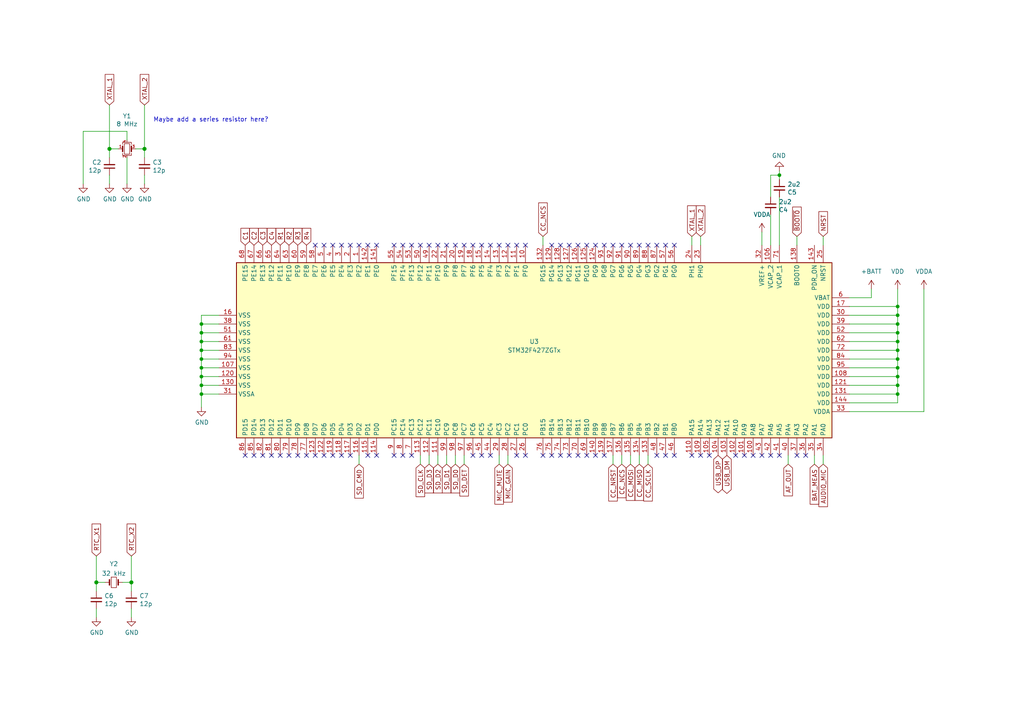
<source format=kicad_sch>
(kicad_sch (version 20211123) (generator eeschema)
  (paper "A4")
  (title_block (title "Mini17 - QRP M17 handheld") (date "2022-07-25") (rev "A") (company "M17 Project"))
  (lib_symbols
    (symbol "Device:Crystal_GND24_Small" (pin_names (offset 1.016) hide)
      (property "Reference" "Y" (at 1.27 4.445 0))
      (property "Value" "Crystal_GND24_Small" (at 1.27 2.54 0))
      (symbol "Crystal_GND24_Small_0_1"
        (rectangle (start -0.762 -1.524) (end 0.762 1.524))
        (polyline (pts (xy -1.27 -0.762) (xy -1.27 0.762)) (stroke (width 0.381)))
        (polyline (pts (xy 1.27 -0.762) (xy 1.27 0.762)) (stroke (width 0.381)))
        (polyline (pts (xy -1.27 -1.27) (xy -1.27 -1.905) (xy 1.27 -1.905) (xy 1.27 -1.27)))
        (polyline (pts (xy -1.27 1.27) (xy -1.27 1.905) (xy 1.27 1.905) (xy 1.27 1.27)))
      )
      (symbol "Crystal_GND24_Small_1_1"
        (pin passive line (at -2.54 0 0) (length 1.27) (name "1") (number "1"))
        (pin passive line (at 0 -2.54 90) (length 0.635) (name "2") (number "2"))
        (pin passive line (at 2.54 0 180) (length 1.27) (name "3") (number "3"))
        (pin passive line (at 0 2.54 270) (length 0.635) (name "4") (number "4"))
      )
    )
    (symbol "Device:Crystal_Small" (pin_numbers hide) (pin_names (offset 1.016) hide)
      (property "Reference" "Y" (at 0 2.54 0))
      (property "Value" "Crystal_Small" (at 0 -2.54 0))
      (symbol "Crystal_Small_0_1"
        (rectangle (start -0.762 -1.524) (end 0.762 1.524))
        (polyline (pts (xy -1.27 -0.762) (xy -1.27 0.762)) (stroke (width 0.381)))
        (polyline (pts (xy 1.27 -0.762) (xy 1.27 0.762)) (stroke (width 0.381)))
      )
      (symbol "Crystal_Small_1_1"
        (pin passive line (at -2.54 0 0) (length 1.27) (name "1") (number "1"))
        (pin passive line (at 2.54 0 180) (length 1.27) (name "2") (number "2"))
      )
    )
    (symbol "MCU_ST_STM32F4:STM32F427ZGTx"
      (property "Reference" "U" (at -25.4 87.63 0))
      (property "Value" "STM32F427ZGTx" (at 20.32 87.63 0))
      (symbol "STM32F427ZGTx_0_1"
        (rectangle (start -25.4 -86.36) (end 25.4 86.36) (stroke (width 0.254)) (fill (type background)))
      )
      (symbol "STM32F427ZGTx_1_1"
        (pin bidirectional line (at -30.48 -50.8 0) (length 5.08) (name "PE2") (number "1"))
        (pin bidirectional line (at -30.48 -2.54 0) (length 5.08) (name "PF0") (number "10"))
        (pin bidirectional line (at 30.48 63.5 180) (length 5.08) (name "PA8") (number "100"))
        (pin bidirectional line (at 30.48 60.96 180) (length 5.08) (name "PA9") (number "101"))
        (pin bidirectional line (at 30.48 58.42 180) (length 5.08) (name "PA10") (number "102"))
        (pin bidirectional line (at 30.48 55.88 180) (length 5.08) (name "PA11") (number "103"))
        (pin bidirectional line (at 30.48 53.34 180) (length 5.08) (name "PA12") (number "104"))
        (pin bidirectional line (at 30.48 50.8 180) (length 5.08) (name "PA13") (number "105"))
        (pin power_in line (at -30.48 68.58 0) (length 5.08) (name "VCAP_2") (number "106"))
        (pin power_in line (at 5.08 -91.44 90) (length 5.08) (name "VSS") (number "107"))
        (pin power_in line (at 7.62 91.44 270) (length 5.08) (name "VDD") (number "108"))
        (pin bidirectional line (at 30.48 48.26 180) (length 5.08) (name "PA14") (number "109"))
        (pin bidirectional line (at -30.48 -5.08 0) (length 5.08) (name "PF1") (number "11"))
        (pin bidirectional line (at 30.48 45.72 180) (length 5.08) (name "PA15") (number "110"))
        (pin bidirectional line (at 30.48 -27.94 180) (length 5.08) (name "PC10") (number "111"))
        (pin bidirectional line (at 30.48 -30.48 180) (length 5.08) (name "PC11") (number "112"))
        (pin bidirectional line (at 30.48 -33.02 180) (length 5.08) (name "PC12") (number "113"))
        (pin bidirectional line (at 30.48 -45.72 180) (length 5.08) (name "PD0") (number "114"))
        (pin bidirectional line (at 30.48 -48.26 180) (length 5.08) (name "PD1") (number "115"))
        (pin bidirectional line (at 30.48 -50.8 180) (length 5.08) (name "PD2") (number "116"))
        (pin bidirectional line (at 30.48 -53.34 180) (length 5.08) (name "PD3") (number "117"))
        (pin bidirectional line (at 30.48 -55.88 180) (length 5.08) (name "PD4") (number "118"))
        (pin bidirectional line (at 30.48 -58.42 180) (length 5.08) (name "PD5") (number "119"))
        (pin bidirectional line (at -30.48 -7.62 0) (length 5.08) (name "PF2") (number "12"))
        (pin power_in line (at 7.62 -91.44 90) (length 5.08) (name "VSS") (number "120"))
        (pin power_in line (at 10.16 91.44 270) (length 5.08) (name "VDD") (number "121"))
        (pin bidirectional line (at 30.48 -60.96 180) (length 5.08) (name "PD6") (number "122"))
        (pin bidirectional line (at 30.48 -63.5 180) (length 5.08) (name "PD7") (number "123"))
        (pin bidirectional line (at -30.48 17.78 0) (length 5.08) (name "PG9") (number "124"))
        (pin bidirectional line (at -30.48 15.24 0) (length 5.08) (name "PG10") (number "125"))
        (pin bidirectional line (at -30.48 12.7 0) (length 5.08) (name "PG11") (number "126"))
        (pin bidirectional line (at -30.48 10.16 0) (length 5.08) (name "PG12") (number "127"))
        (pin bidirectional line (at -30.48 7.62 0) (length 5.08) (name "PG13") (number "128"))
        (pin bidirectional line (at -30.48 5.08 0) (length 5.08) (name "PG14") (number "129"))
        (pin bidirectional line (at -30.48 -10.16 0) (length 5.08) (name "PF3") (number "13"))
        (pin power_in line (at 10.16 -91.44 90) (length 5.08) (name "VSS") (number "130"))
        (pin power_in line (at 12.7 91.44 270) (length 5.08) (name "VDD") (number "131"))
        (pin bidirectional line (at -30.48 2.54 0) (length 5.08) (name "PG15") (number "132"))
        (pin bidirectional line (at 30.48 33.02 180) (length 5.08) (name "PB3") (number "133"))
        (pin bidirectional line (at 30.48 30.48 180) (length 5.08) (name "PB4") (number "134"))
        (pin bidirectional line (at 30.48 27.94 180) (length 5.08) (name "PB5") (number "135"))
        (pin bidirectional line (at 30.48 25.4 180) (length 5.08) (name "PB6") (number "136"))
        (pin bidirectional line (at 30.48 22.86 180) (length 5.08) (name "PB7") (number "137"))
        (pin input line (at -30.48 76.2 0) (length 5.08) (name "BOOT0") (number "138"))
        (pin bidirectional line (at 30.48 20.32 180) (length 5.08) (name "PB8") (number "139"))
        (pin bidirectional line (at -30.48 -12.7 0) (length 5.08) (name "PF4") (number "14"))
        (pin bidirectional line (at 30.48 17.78 180) (length 5.08) (name "PB9") (number "140"))
        (pin bidirectional line (at -30.48 -45.72 0) (length 5.08) (name "PE0") (number "141"))
        (pin bidirectional line (at -30.48 -48.26 0) (length 5.08) (name "PE1") (number "142"))
        (pin input line (at -30.48 81.28 0) (length 5.08) (name "PDR_ON") (number "143"))
        (pin power_in line (at 15.24 91.44 270) (length 5.08) (name "VDD") (number "144"))
        (pin bidirectional line (at -30.48 -15.24 0) (length 5.08) (name "PF5") (number "15"))
        (pin power_in line (at -10.16 -91.44 90) (length 5.08) (name "VSS") (number "16"))
        (pin power_in line (at -12.7 91.44 270) (length 5.08) (name "VDD") (number "17"))
        (pin bidirectional line (at -30.48 -17.78 0) (length 5.08) (name "PF6") (number "18"))
        (pin bidirectional line (at -30.48 -20.32 0) (length 5.08) (name "PF7") (number "19"))
        (pin bidirectional line (at -30.48 -53.34 0) (length 5.08) (name "PE3") (number "2"))
        (pin bidirectional line (at -30.48 -22.86 0) (length 5.08) (name "PF8") (number "20"))
        (pin bidirectional line (at -30.48 -25.4 0) (length 5.08) (name "PF9") (number "21"))
        (pin bidirectional line (at -30.48 -27.94 0) (length 5.08) (name "PF10") (number "22"))
        (pin input line (at -30.48 48.26 0) (length 5.08) (name "PH0") (number "23"))
        (pin input line (at -30.48 45.72 0) (length 5.08) (name "PH1") (number "24"))
        (pin input line (at -30.48 83.82 0) (length 5.08) (name "NRST") (number "25"))
        (pin bidirectional line (at 30.48 -2.54 180) (length 5.08) (name "PC0") (number "26"))
        (pin bidirectional line (at 30.48 -5.08 180) (length 5.08) (name "PC1") (number "27"))
        (pin bidirectional line (at 30.48 -7.62 180) (length 5.08) (name "PC2") (number "28"))
        (pin bidirectional line (at 30.48 -10.16 180) (length 5.08) (name "PC3") (number "29"))
        (pin bidirectional line (at -30.48 -55.88 0) (length 5.08) (name "PE4") (number "3"))
        (pin power_in line (at -10.16 91.44 270) (length 5.08) (name "VDD") (number "30"))
        (pin power_in line (at 12.7 -91.44 90) (length 5.08) (name "VSSA") (number "31"))
        (pin power_in line (at -30.48 66.04 0) (length 5.08) (name "VREF+") (number "32"))
        (pin power_in line (at 17.78 91.44 270) (length 5.08) (name "VDDA") (number "33"))
        (pin bidirectional line (at 30.48 83.82 180) (length 5.08) (name "PA0") (number "34"))
        (pin bidirectional line (at 30.48 81.28 180) (length 5.08) (name "PA1") (number "35"))
        (pin bidirectional line (at 30.48 78.74 180) (length 5.08) (name "PA2") (number "36"))
        (pin bidirectional line (at 30.48 76.2 180) (length 5.08) (name "PA3") (number "37"))
        (pin power_in line (at -7.62 -91.44 90) (length 5.08) (name "VSS") (number "38"))
        (pin power_in line (at -7.62 91.44 270) (length 5.08) (name "VDD") (number "39"))
        (pin bidirectional line (at -30.48 -58.42 0) (length 5.08) (name "PE5") (number "4"))
        (pin bidirectional line (at 30.48 73.66 180) (length 5.08) (name "PA4") (number "40"))
        (pin bidirectional line (at 30.48 71.12 180) (length 5.08) (name "PA5") (number "41"))
        (pin bidirectional line (at 30.48 68.58 180) (length 5.08) (name "PA6") (number "42"))
        (pin bidirectional line (at 30.48 66.04 180) (length 5.08) (name "PA7") (number "43"))
        (pin bidirectional line (at 30.48 -12.7 180) (length 5.08) (name "PC4") (number "44"))
        (pin bidirectional line (at 30.48 -15.24 180) (length 5.08) (name "PC5") (number "45"))
        (pin bidirectional line (at 30.48 40.64 180) (length 5.08) (name "PB0") (number "46"))
        (pin bidirectional line (at 30.48 38.1 180) (length 5.08) (name "PB1") (number "47"))
        (pin bidirectional line (at 30.48 35.56 180) (length 5.08) (name "PB2") (number "48"))
        (pin bidirectional line (at -30.48 -30.48 0) (length 5.08) (name "PF11") (number "49"))
        (pin bidirectional line (at -30.48 -60.96 0) (length 5.08) (name "PE6") (number "5"))
        (pin bidirectional line (at -30.48 -33.02 0) (length 5.08) (name "PF12") (number "50"))
        (pin power_in line (at -5.08 -91.44 90) (length 5.08) (name "VSS") (number "51"))
        (pin power_in line (at -5.08 91.44 270) (length 5.08) (name "VDD") (number "52"))
        (pin bidirectional line (at -30.48 -35.56 0) (length 5.08) (name "PF13") (number "53"))
        (pin bidirectional line (at -30.48 -38.1 0) (length 5.08) (name "PF14") (number "54"))
        (pin bidirectional line (at -30.48 -40.64 0) (length 5.08) (name "PF15") (number "55"))
        (pin bidirectional line (at -30.48 40.64 0) (length 5.08) (name "PG0") (number "56"))
        (pin bidirectional line (at -30.48 38.1 0) (length 5.08) (name "PG1") (number "57"))
        (pin bidirectional line (at -30.48 -63.5 0) (length 5.08) (name "PE7") (number "58"))
        (pin bidirectional line (at -30.48 -66.04 0) (length 5.08) (name "PE8") (number "59"))
        (pin power_in line (at -15.24 91.44 270) (length 5.08) (name "VBAT") (number "6"))
        (pin bidirectional line (at -30.48 -68.58 0) (length 5.08) (name "PE9") (number "60"))
        (pin power_in line (at -2.54 -91.44 90) (length 5.08) (name "VSS") (number "61"))
        (pin power_in line (at -2.54 91.44 270) (length 5.08) (name "VDD") (number "62"))
        (pin bidirectional line (at -30.48 -71.12 0) (length 5.08) (name "PE10") (number "63"))
        (pin bidirectional line (at -30.48 -73.66 0) (length 5.08) (name "PE11") (number "64"))
        (pin bidirectional line (at -30.48 -76.2 0) (length 5.08) (name "PE12") (number "65"))
        (pin bidirectional line (at -30.48 -78.74 0) (length 5.08) (name "PE13") (number "66"))
        (pin bidirectional line (at -30.48 -81.28 0) (length 5.08) (name "PE14") (number "67"))
        (pin bidirectional line (at -30.48 -83.82 0) (length 5.08) (name "PE15") (number "68"))
        (pin bidirectional line (at 30.48 15.24 180) (length 5.08) (name "PB10") (number "69"))
        (pin bidirectional line (at 30.48 -35.56 180) (length 5.08) (name "PC13") (number "7"))
        (pin bidirectional line (at 30.48 12.7 180) (length 5.08) (name "PB11") (number "70"))
        (pin power_in line (at -30.48 71.12 0) (length 5.08) (name "VCAP_1") (number "71"))
        (pin power_in line (at 0 91.44 270) (length 5.08) (name "VDD") (number "72"))
        (pin bidirectional line (at 30.48 10.16 180) (length 5.08) (name "PB12") (number "73"))
        (pin bidirectional line (at 30.48 7.62 180) (length 5.08) (name "PB13") (number "74"))
        (pin bidirectional line (at 30.48 5.08 180) (length 5.08) (name "PB14") (number "75"))
        (pin bidirectional line (at 30.48 2.54 180) (length 5.08) (name "PB15") (number "76"))
        (pin bidirectional line (at 30.48 -66.04 180) (length 5.08) (name "PD8") (number "77"))
        (pin bidirectional line (at 30.48 -68.58 180) (length 5.08) (name "PD9") (number "78"))
        (pin bidirectional line (at 30.48 -71.12 180) (length 5.08) (name "PD10") (number "79"))
        (pin bidirectional line (at 30.48 -38.1 180) (length 5.08) (name "PC14") (number "8"))
        (pin bidirectional line (at 30.48 -73.66 180) (length 5.08) (name "PD11") (number "80"))
        (pin bidirectional line (at 30.48 -76.2 180) (length 5.08) (name "PD12") (number "81"))
        (pin bidirectional line (at 30.48 -78.74 180) (length 5.08) (name "PD13") (number "82"))
        (pin power_in line (at 0 -91.44 90) (length 5.08) (name "VSS") (number "83"))
        (pin power_in line (at 2.54 91.44 270) (length 5.08) (name "VDD") (number "84"))
        (pin bidirectional line (at 30.48 -81.28 180) (length 5.08) (name "PD14") (number "85"))
        (pin bidirectional line (at 30.48 -83.82 180) (length 5.08) (name "PD15") (number "86"))
        (pin bidirectional line (at -30.48 35.56 0) (length 5.08) (name "PG2") (number "87"))
        (pin bidirectional line (at -30.48 33.02 0) (length 5.08) (name "PG3") (number "88"))
        (pin bidirectional line (at -30.48 30.48 0) (length 5.08) (name "PG4") (number "89"))
        (pin bidirectional line (at 30.48 -40.64 180) (length 5.08) (name "PC15") (number "9"))
        (pin bidirectional line (at -30.48 27.94 0) (length 5.08) (name "PG5") (number "90"))
        (pin bidirectional line (at -30.48 25.4 0) (length 5.08) (name "PG6") (number "91"))
        (pin bidirectional line (at -30.48 22.86 0) (length 5.08) (name "PG7") (number "92"))
        (pin bidirectional line (at -30.48 20.32 0) (length 5.08) (name "PG8") (number "93"))
        (pin power_in line (at 2.54 -91.44 90) (length 5.08) (name "VSS") (number "94"))
        (pin power_in line (at 5.08 91.44 270) (length 5.08) (name "VDD") (number "95"))
        (pin bidirectional line (at 30.48 -17.78 180) (length 5.08) (name "PC6") (number "96"))
        (pin bidirectional line (at 30.48 -20.32 180) (length 5.08) (name "PC7") (number "97"))
        (pin bidirectional line (at 30.48 -22.86 180) (length 5.08) (name "PC8") (number "98"))
        (pin bidirectional line (at 30.48 -25.4 180) (length 5.08) (name "PC9") (number "99"))
      )
    )
    (symbol "pkl_device:pkl_C_Small" (pin_numbers hide) (pin_names (offset 0.254) hide)
      (property "Reference" "C" (at 0.254 1.778 0))
      (property "Value" "pkl_C_Small" (at 0.254 -2.032 0))
      (symbol "pkl_C_Small_0_1"
        (polyline (pts (xy -1.524 -0.508) (xy 1.524 -0.508)) (stroke (width 0.3302)))
        (polyline (pts (xy -1.524 0.508) (xy 1.524 0.508)) (stroke (width 0.3048)))
      )
      (symbol "pkl_C_Small_1_1"
        (pin passive line (at 0 2.54 270) (length 1.905) (name "~") (number "1"))
        (pin passive line (at 0 -2.54 90) (length 2.032) (name "~") (number "2"))
      )
    )
    (symbol "power:+BATT" (power) (pin_names (offset 0))
      (property "Value" "+BATT" (at 0 3.556 0))
      (symbol "+BATT_0_1"
        (polyline (pts (xy -0.762 1.27) (xy 0 2.54)))
        (polyline (pts (xy 0 0) (xy 0 2.54)))
        (polyline (pts (xy 0 2.54) (xy 0.762 1.27)))
      )
      (symbol "+BATT_1_1"
        (pin power_in line (at 0 0 90) (length 0) hide (name "+BATT") (number "1"))
      )
    )
    (symbol "power:GND" (power) (pin_names (offset 0))
      (property "Value" "GND" (at 0 -3.81 0))
      (symbol "GND_0_1"
        (polyline (pts (xy 0 0) (xy 0 -1.27) (xy 1.27 -1.27) (xy 0 -2.54) (xy -1.27 -1.27) (xy 0 -1.27)))
      )
      (symbol "GND_1_1"
        (pin power_in line (at 0 0 270) (length 0) hide (name "GND") (number "1"))
      )
    )
    (symbol "power:VDD" (power) (pin_names (offset 0))
      (property "Value" "VDD" (at 0 3.81 0))
      (symbol "VDD_0_1"
        (polyline (pts (xy -0.762 1.27) (xy 0 2.54)))
        (polyline (pts (xy 0 0) (xy 0 2.54)))
        (polyline (pts (xy 0 2.54) (xy 0.762 1.27)))
      )
      (symbol "VDD_1_1"
        (pin power_in line (at 0 0 90) (length 0) hide (name "VDD") (number "1"))
      )
    )
    (symbol "power:VDDA" (power) (pin_names (offset 0))
      (property "Value" "VDDA" (at 0 3.81 0))
      (symbol "VDDA_0_1"
        (polyline (pts (xy -0.762 1.27) (xy 0 2.54)))
        (polyline (pts (xy 0 0) (xy 0 2.54)))
        (polyline (pts (xy 0 2.54) (xy 0.762 1.27)))
      )
      (symbol "VDDA_1_1"
        (pin power_in line (at 0 0 90) (length 0) hide (name "VDDA") (number "1"))
      )
    )
  )
  (junction (at 260.35 96.52))
  (junction (at 38.1 168.91) (diameter 1.016))
  (junction (at 58.42 101.6))
  (junction (at 260.35 114.3))
  (junction (at 260.35 104.14))
  (junction (at 260.35 88.9))
  (junction (at 41.91 43.18) (diameter 1.016))
  (junction (at 27.94 168.91) (diameter 1.016))
  (junction (at 58.42 99.06))
  (junction (at 260.35 106.68))
  (junction (at 58.42 106.68))
  (junction (at 58.42 104.14))
  (junction (at 58.42 96.52))
  (junction (at 260.35 93.98))
  (junction (at 58.42 109.22))
  (junction (at 260.35 111.76))
  (junction (at 260.35 91.44))
  (junction (at 226.06 50.8))
  (junction (at 58.42 93.98))
  (junction (at 260.35 101.6))
  (junction (at 260.35 99.06))
  (junction (at 58.42 114.3))
  (junction (at 58.42 111.76))
  (junction (at 31.75 43.18) (diameter 1.016))
  (junction (at 260.35 109.22))
  (no_connect (at 119.38 132.08))
  (no_connect (at 101.6 132.08))
  (no_connect (at 99.06 132.08))
  (no_connect (at 96.52 132.08))
  (no_connect (at 93.98 132.08))
  (no_connect (at 91.44 132.08))
  (no_connect (at 114.3 71.12))
  (no_connect (at 116.84 71.12))
  (no_connect (at 119.38 71.12))
  (no_connect (at 121.92 71.12))
  (no_connect (at 116.84 132.08))
  (no_connect (at 114.3 132.08))
  (no_connect (at 109.22 132.08))
  (no_connect (at 106.68 132.08))
  (no_connect (at 88.9 132.08))
  (no_connect (at 86.36 132.08))
  (no_connect (at 83.82 132.08))
  (no_connect (at 81.28 132.08))
  (no_connect (at 78.74 132.08))
  (no_connect (at 76.2 132.08))
  (no_connect (at 73.66 132.08))
  (no_connect (at 71.12 132.08))
  (no_connect (at 106.68 71.12))
  (no_connect (at 109.22 71.12))
  (no_connect (at 129.54 71.12))
  (no_connect (at 132.08 71.12))
  (no_connect (at 91.44 71.12))
  (no_connect (at 93.98 71.12))
  (no_connect (at 96.52 71.12))
  (no_connect (at 99.06 71.12))
  (no_connect (at 101.6 71.12))
  (no_connect (at 104.14 71.12))
  (no_connect (at 124.46 71.12))
  (no_connect (at 127 71.12))
  (no_connect (at 233.68 132.08))
  (no_connect (at 231.14 132.08))
  (no_connect (at 215.9 132.08))
  (no_connect (at 213.36 132.08))
  (no_connect (at 226.06 132.08))
  (no_connect (at 223.52 132.08))
  (no_connect (at 220.98 132.08))
  (no_connect (at 218.44 132.08))
  (no_connect (at 142.24 71.12))
  (no_connect (at 144.78 71.12))
  (no_connect (at 147.32 71.12))
  (no_connect (at 142.24 132.08))
  (no_connect (at 139.7 132.08))
  (no_connect (at 137.16 132.08))
  (no_connect (at 134.62 71.12))
  (no_connect (at 137.16 71.12))
  (no_connect (at 139.7 71.12))
  (no_connect (at 160.02 71.12))
  (no_connect (at 162.56 71.12))
  (no_connect (at 149.86 71.12))
  (no_connect (at 152.4 71.12))
  (no_connect (at 165.1 71.12))
  (no_connect (at 167.64 71.12))
  (no_connect (at 170.18 71.12))
  (no_connect (at 172.72 71.12))
  (no_connect (at 175.26 71.12))
  (no_connect (at 177.8 71.12))
  (no_connect (at 180.34 71.12))
  (no_connect (at 182.88 71.12))
  (no_connect (at 185.42 71.12))
  (no_connect (at 187.96 71.12))
  (no_connect (at 190.5 71.12))
  (no_connect (at 193.04 71.12))
  (no_connect (at 195.58 71.12))
  (no_connect (at 165.1 132.08))
  (no_connect (at 162.56 132.08))
  (no_connect (at 160.02 132.08))
  (no_connect (at 157.48 132.08))
  (no_connect (at 152.4 132.08))
  (no_connect (at 149.86 132.08))
  (no_connect (at 205.74 132.08))
  (no_connect (at 203.2 132.08))
  (no_connect (at 200.66 132.08))
  (no_connect (at 195.58 132.08))
  (no_connect (at 193.04 132.08))
  (no_connect (at 190.5 132.08))
  (no_connect (at 175.26 132.08))
  (no_connect (at 172.72 132.08))
  (no_connect (at 170.18 132.08))
  (no_connect (at 167.64 132.08))
  (wire (pts (xy 58.42 118.11) (xy 58.42 114.3)))
  (wire (pts (xy 260.35 106.68) (xy 260.35 104.14)))
  (wire (pts (xy 231.14 71.12) (xy 231.14 68.58)))
  (wire (pts (xy 260.35 91.44) (xy 260.35 88.9)))
  (wire (pts (xy 180.34 132.08) (xy 180.34 134.62)))
  (wire (pts (xy 58.42 111.76) (xy 63.5 111.76)))
  (wire (pts (xy 58.42 99.06) (xy 58.42 96.52)))
  (wire (pts (xy 260.35 88.9) (xy 260.35 83.82)))
  (wire (pts (xy 58.42 106.68) (xy 63.5 106.68)))
  (wire (pts (xy 260.35 116.84) (xy 260.35 114.3)))
  (wire (pts (xy 260.35 101.6) (xy 260.35 99.06)))
  (wire (pts (xy 223.52 62.23) (xy 223.52 71.12)))
  (wire (pts (xy 223.52 50.8) (xy 226.06 50.8)))
  (wire (pts (xy 58.42 109.22) (xy 63.5 109.22)))
  (wire (pts (xy 246.38 88.9) (xy 260.35 88.9)))
  (wire (pts (xy 39.37 43.18) (xy 41.91 43.18)))
  (wire (pts (xy 200.66 68.58) (xy 200.66 71.12)))
  (wire (pts (xy 58.42 111.76) (xy 58.42 109.22)))
  (wire (pts (xy 228.6 132.08) (xy 228.6 134.62)))
  (wire (pts (xy 238.76 132.08) (xy 238.76 134.62)))
  (wire (pts (xy 58.42 101.6) (xy 63.5 101.6)))
  (wire (pts (xy 246.38 96.52) (xy 260.35 96.52)))
  (wire (pts (xy 27.94 168.91) (xy 30.48 168.91)))
  (wire (pts (xy 27.94 161.29) (xy 27.94 168.91)))
  (wire (pts (xy 246.38 93.98) (xy 260.35 93.98)))
  (wire (pts (xy 58.42 96.52) (xy 63.5 96.52)))
  (wire (pts (xy 246.38 91.44) (xy 260.35 91.44)))
  (wire (pts (xy 260.35 104.14) (xy 260.35 101.6)))
  (wire (pts (xy 58.42 104.14) (xy 58.42 101.6)))
  (wire (pts (xy 157.48 68.58) (xy 157.48 71.12)))
  (wire (pts (xy 58.42 109.22) (xy 58.42 106.68)))
  (wire (pts (xy 246.38 104.14) (xy 260.35 104.14)))
  (wire (pts (xy 36.83 45.72) (xy 36.83 53.34)))
  (wire (pts (xy 223.52 57.15) (xy 223.52 50.8)))
  (wire (pts (xy 58.42 101.6) (xy 58.42 99.06)))
  (wire (pts (xy 185.42 132.08) (xy 185.42 134.62)))
  (wire (pts (xy 129.54 132.08) (xy 129.54 134.62)))
  (wire (pts (xy 31.75 43.18) (xy 34.29 43.18)))
  (wire (pts (xy 41.91 50.8) (xy 41.91 53.34)))
  (wire (pts (xy 41.91 43.18) (xy 41.91 45.72)))
  (wire (pts (xy 220.98 67.31) (xy 220.98 71.12)))
  (wire (pts (xy 252.73 86.36) (xy 246.38 86.36)))
  (wire (pts (xy 58.42 104.14) (xy 63.5 104.14)))
  (wire (pts (xy 144.78 132.08) (xy 144.78 134.62)))
  (wire (pts (xy 31.75 30.48) (xy 31.75 43.18)))
  (wire (pts (xy 127 132.08) (xy 127 134.62)))
  (wire (pts (xy 203.2 68.58) (xy 203.2 71.12)))
  (wire (pts (xy 177.8 132.08) (xy 177.8 134.62)))
  (wire (pts (xy 58.42 93.98) (xy 63.5 93.98)))
  (wire (pts (xy 147.32 132.08) (xy 147.32 134.62)))
  (wire (pts (xy 260.35 93.98) (xy 260.35 91.44)))
  (wire (pts (xy 226.06 57.15) (xy 226.06 71.12)))
  (wire (pts (xy 24.13 38.1) (xy 24.13 53.34)))
  (wire (pts (xy 182.88 132.08) (xy 182.88 134.62)))
  (wire (pts (xy 58.42 99.06) (xy 63.5 99.06)))
  (wire (pts (xy 260.35 96.52) (xy 260.35 93.98)))
  (wire (pts (xy 238.76 68.58) (xy 238.76 71.12)))
  (wire (pts (xy 260.35 111.76) (xy 260.35 109.22)))
  (wire (pts (xy 267.97 119.38) (xy 267.97 83.82)))
  (wire (pts (xy 38.1 176.53) (xy 38.1 179.07)))
  (wire (pts (xy 260.35 109.22) (xy 260.35 106.68)))
  (wire (pts (xy 246.38 101.6) (xy 260.35 101.6)))
  (wire (pts (xy 226.06 52.07) (xy 226.06 50.8)))
  (wire (pts (xy 246.38 106.68) (xy 260.35 106.68)))
  (wire (pts (xy 246.38 109.22) (xy 260.35 109.22)))
  (wire (pts (xy 246.38 114.3) (xy 260.35 114.3)))
  (wire (pts (xy 58.42 96.52) (xy 58.42 93.98)))
  (wire (pts (xy 187.96 132.08) (xy 187.96 134.62)))
  (wire (pts (xy 27.94 168.91) (xy 27.94 171.45)))
  (wire (pts (xy 41.91 30.48) (xy 41.91 43.18)))
  (wire (pts (xy 36.83 40.64) (xy 36.83 38.1)))
  (wire (pts (xy 58.42 93.98) (xy 58.42 91.44)))
  (wire (pts (xy 58.42 91.44) (xy 63.5 91.44)))
  (wire (pts (xy 124.46 132.08) (xy 124.46 134.62)))
  (wire (pts (xy 27.94 176.53) (xy 27.94 179.07)))
  (wire (pts (xy 38.1 168.91) (xy 38.1 171.45)))
  (wire (pts (xy 246.38 99.06) (xy 260.35 99.06)))
  (wire (pts (xy 58.42 114.3) (xy 63.5 114.3)))
  (wire (pts (xy 252.73 83.82) (xy 252.73 86.36)))
  (wire (pts (xy 246.38 119.38) (xy 267.97 119.38)))
  (wire (pts (xy 104.14 132.08) (xy 104.14 134.62)))
  (wire (pts (xy 121.92 132.08) (xy 121.92 134.62)))
  (wire (pts (xy 36.83 38.1) (xy 24.13 38.1)))
  (wire (pts (xy 260.35 114.3) (xy 260.35 111.76)))
  (wire (pts (xy 38.1 161.29) (xy 38.1 168.91)))
  (wire (pts (xy 236.22 132.08) (xy 236.22 134.62)))
  (wire (pts (xy 134.62 132.08) (xy 134.62 134.62)))
  (wire (pts (xy 35.56 168.91) (xy 38.1 168.91)))
  (wire (pts (xy 58.42 114.3) (xy 58.42 111.76)))
  (wire (pts (xy 246.38 116.84) (xy 260.35 116.84)))
  (wire (pts (xy 246.38 111.76) (xy 260.35 111.76)))
  (wire (pts (xy 31.75 45.72) (xy 31.75 43.18)))
  (wire (pts (xy 132.08 132.08) (xy 132.08 134.62)))
  (wire (pts (xy 31.75 50.8) (xy 31.75 53.34)))
  (wire (pts (xy 260.35 99.06) (xy 260.35 96.52)))
  (wire (pts (xy 58.42 106.68) (xy 58.42 104.14)))
  (wire (pts (xy 226.06 49.53) (xy 226.06 50.8)))
  (text "Maybe add a series resistor here?" (at 44.45 35.56 0) (effects (font (size 1.27 1.27)) (justify left bottom)))
  (global_label "BAT_MEAS" (shape input) (at 236.22 134.62 270) (property "Intersheet References" "${INTERSHEET_REFS}" (effects hide)))
  (global_label "SD_CLK" (shape input) (at 121.92 134.62 270) (property "Intersheet References" "${INTERSHEET_REFS}" (effects hide)))
  (global_label "USB_DP" (shape bidirectional) (at 208.28 132.08 270) (property "Intersheet References" "${INTERSHEET_REFS}" (effects hide)))
  (global_label "SD_D3" (shape input) (at 124.46 134.62 270) (property "Intersheet References" "${INTERSHEET_REFS}" (effects hide)))
  (global_label "CC_MISO" (shape input) (at 185.42 134.62 270) (property "Intersheet References" "${INTERSHEET_REFS}" (effects hide)))
  (global_label "R3" (shape input) (at 86.36 71.12 90) (property "Intersheet References" "${INTERSHEET_REFS}" (effects hide)))
  (global_label "XTAL_1" (shape input) (at 200.66 68.58 90) (property "Intersheet References" "${INTERSHEET_REFS}" (effects hide)))
  (global_label "AUDIO_MIC" (shape input) (at 238.76 134.62 270) (property "Intersheet References" "${INTERSHEET_REFS}" (effects hide)))
  (global_label "RTC_X2" (shape input) (at 38.1 161.29 90) (property "Intersheet References" "${INTERSHEET_REFS}" (effects hide)))
  (global_label "SD_CMD" (shape input) (at 104.14 134.62 270) (property "Intersheet References" "${INTERSHEET_REFS}" (effects hide)))
  (global_label "R1" (shape input) (at 81.28 71.12 90) (property "Intersheet References" "${INTERSHEET_REFS}" (effects hide)))
  (global_label "CC_NRST" (shape input) (at 177.8 134.62 270) (property "Intersheet References" "${INTERSHEET_REFS}" (effects hide)))
  (global_label "R2" (shape input) (at 83.82 71.12 90) (property "Intersheet References" "${INTERSHEET_REFS}" (effects hide)))
  (global_label "XTAL_2" (shape input) (at 41.91 30.48 90) (property "Intersheet References" "${INTERSHEET_REFS}" (effects hide)))
  (global_label "~{BOOT0}" (shape input) (at 231.14 68.58 90) (property "Intersheet References" "${INTERSHEET_REFS}" (effects hide)))
  (global_label "C1" (shape input) (at 71.12 71.12 90) (property "Intersheet References" "${INTERSHEET_REFS}" (effects hide)))
  (global_label "CC_SCLK" (shape input) (at 187.96 134.62 270) (property "Intersheet References" "${INTERSHEET_REFS}" (effects hide)))
  (global_label "XTAL_1" (shape input) (at 31.75 30.48 90) (property "Intersheet References" "${INTERSHEET_REFS}" (effects hide)))
  (global_label "RTC_X1" (shape input) (at 27.94 161.29 90) (property "Intersheet References" "${INTERSHEET_REFS}" (effects hide)))
  (global_label "CC_NCS" (shape input) (at 180.34 134.62 270) (property "Intersheet References" "${INTERSHEET_REFS}" (effects hide)))
  (global_label "CC_NCS" (shape input) (at 157.48 68.58 90) (property "Intersheet References" "${INTERSHEET_REFS}" (effects hide)))
  (global_label "C2" (shape input) (at 73.66 71.12 90) (property "Intersheet References" "${INTERSHEET_REFS}" (effects hide)))
  (global_label "NRST" (shape input) (at 238.76 68.58 90) (property "Intersheet References" "${INTERSHEET_REFS}" (effects hide)))
  (global_label "SD_D1" (shape input) (at 129.54 134.62 270) (property "Intersheet References" "${INTERSHEET_REFS}" (effects hide)))
  (global_label "MIC_GAIN" (shape input) (at 147.32 134.62 270) (property "Intersheet References" "${INTERSHEET_REFS}" (effects hide)))
  (global_label "SD_D2" (shape input) (at 127 134.62 270) (property "Intersheet References" "${INTERSHEET_REFS}" (effects hide)))
  (global_label "C3" (shape input) (at 76.2 71.12 90) (property "Intersheet References" "${INTERSHEET_REFS}" (effects hide)))
  (global_label "SD_DET" (shape input) (at 134.62 134.62 270) (property "Intersheet References" "${INTERSHEET_REFS}" (effects hide)))
  (global_label "SD_D0" (shape input) (at 132.08 134.62 270) (property "Intersheet References" "${INTERSHEET_REFS}" (effects hide)))
  (global_label "CC_MOSI" (shape input) (at 182.88 134.62 270) (property "Intersheet References" "${INTERSHEET_REFS}" (effects hide)))
  (global_label "C4" (shape input) (at 78.74 71.12 90) (property "Intersheet References" "${INTERSHEET_REFS}" (effects hide)))
  (global_label "MIC_MUTE" (shape input) (at 144.78 134.62 270) (property "Intersheet References" "${INTERSHEET_REFS}" (effects hide)))
  (global_label "XTAL_2" (shape input) (at 203.2 68.58 90) (property "Intersheet References" "${INTERSHEET_REFS}" (effects hide)))
  (global_label "AF_OUT" (shape input) (at 228.6 134.62 270) (property "Intersheet References" "${INTERSHEET_REFS}" (effects hide)))
  (global_label "R4" (shape input) (at 88.9 71.12 90) (property "Intersheet References" "${INTERSHEET_REFS}" (effects hide)))
  (global_label "USB_DM" (shape bidirectional) (at 210.82 132.08 270) (property "Intersheet References" "${INTERSHEET_REFS}" (effects hide)))
  (symbol (lib_id "power:GND") (at 36.83 53.34 0) (unit 1)
    (property "Reference" "#PWR0114" (effects hide))
    (property "Value" "GND" (at 36.957 57.7342 0))
  )
  (symbol (lib_id "power:GND") (at 27.94 179.07 0) (unit 1)
    (property "Reference" "#PWR0102" (effects hide))
    (property "Value" "GND" (at 28.067 183.4642 0))
  )
  (symbol (lib_id "power:GND") (at 58.42 118.11 0) (unit 1)
    (property "Reference" "#PWR0122" (effects hide))
    (property "Value" "GND" (at 58.547 122.5042 0))
  )
  (symbol (lib_id "MCU_ST_STM32F4:STM32F427ZGTx") (at 154.94 101.6 270) (unit 1)
    (property "Reference" "U3" (at 154.94 99.06 90))
    (property "Value" "STM32F427ZGTx" (at 154.94 101.6 90))
    (property "Footprint" "Package_QFP:LQFP-144_20x20mm_P0.5mm" (effects hide))
    (property "Datasheet" "http://www.st.com/st-web-ui/static/active/en/resource/technical/document/datasheet/DM00071990.pdf" (effects hide))
  )
  (symbol (lib_id "power:+BATT") (at 252.73 83.82 0) (unit 1)
    (property "Reference" "#PWR0103" (effects hide))
    (property "Value" "+BATT" (at 252.73 78.74 0))
  )
  (symbol (lib_id "power:VDDA") (at 267.97 83.82 0) (unit 1)
    (property "Reference" "#PWR0104" (effects hide))
    (property "Value" "VDDA" (at 267.97 78.74 0))
  )
  (symbol (lib_id "power:GND") (at 24.13 53.34 0) (unit 1)
    (property "Reference" "#PWR0116" (effects hide))
    (property "Value" "GND" (at 24.257 57.7342 0))
  )
  (symbol (lib_id "Device:Crystal_GND24_Small") (at 36.83 43.18 0) (unit 1)
    (property "Reference" "Y1" (at 36.83 33.655 0))
    (property "Value" "8 MHz" (at 36.83 35.9664 0))
    (property "Footprint" "Crystal:Crystal_SMD_3225-4Pin_3.2x2.5mm" (effects hide))
  )
  (symbol (lib_id "pkl_device:pkl_C_Small") (at 223.52 59.69 0) (mirror y) (unit 1)
    (property "Reference" "C4" (at 225.8568 60.8584 0) (effects (justify right)))
    (property "Value" "2u2" (at 225.8568 58.547 0) (effects (justify right)))
    (property "Footprint" "Capacitor_SMD:C_0402_1005Metric" (effects hide))
  )
  (symbol (lib_id "pkl_device:pkl_C_Small") (at 38.1 173.99 0) (unit 1) (in_bom no) (on_board no)
    (property "Reference" "C7" (at 40.4368 172.8216 0) (effects (justify left)))
    (property "Value" "12p" (at 40.4368 175.133 0) (effects (justify left)))
    (property "Footprint" "pkl_dipol:C_0603" (effects hide))
  )
  (symbol (lib_id "power:GND") (at 31.75 53.34 0) (unit 1)
    (property "Reference" "#PWR0115" (effects hide))
    (property "Value" "GND" (at 31.877 57.7342 0))
  )
  (symbol (lib_id "power:VDDA") (at 220.98 67.31 0) (unit 1)
    (property "Reference" "#PWR0106" (effects hide))
    (property "Value" "VDDA" (at 220.98 62.23 0))
  )
  (symbol (lib_id "Device:Crystal_Small") (at 33.02 168.91 0) (unit 1) (in_bom no) (on_board no)
    (property "Reference" "Y2" (at 33.02 163.5464 0))
    (property "Value" "32 kHz" (at 33.02 166.3215 0))
    (property "Footprint" "Crystal:Crystal_SMD_MicroCrystal_CC8V-T1A-2Pin_2.0x1.2mm" (effects hide))
  )
  (symbol (lib_id "power:GND") (at 38.1 179.07 0) (unit 1)
    (property "Reference" "#PWR0101" (effects hide))
    (property "Value" "GND" (at 38.227 183.4642 0))
  )
  (symbol (lib_id "pkl_device:pkl_C_Small") (at 27.94 173.99 0) (unit 1) (in_bom no) (on_board no)
    (property "Reference" "C6" (at 30.2768 172.8216 0) (effects (justify left)))
    (property "Value" "12p" (at 30.2768 175.133 0) (effects (justify left)))
    (property "Footprint" "pkl_dipol:C_0603" (effects hide))
  )
  (symbol (lib_id "power:VDD") (at 260.35 83.82 0) (unit 1)
    (property "Reference" "#PWR0105" (effects hide))
    (property "Value" "VDD" (at 260.35 78.74 0))
  )
  (symbol (lib_id "pkl_device:pkl_C_Small") (at 41.91 48.26 0) (unit 1)
    (property "Reference" "C3" (at 44.2468 47.0916 0) (effects (justify left)))
    (property "Value" "12p" (at 44.2468 49.403 0) (effects (justify left)))
    (property "Footprint" "Capacitor_SMD:C_0402_1005Metric" (effects hide))
  )
  (symbol (lib_id "pkl_device:pkl_C_Small") (at 226.06 54.61 0) (mirror y) (unit 1)
    (property "Reference" "C5" (at 228.3968 55.7784 0) (effects (justify right)))
    (property "Value" "2u2" (at 228.3968 53.467 0) (effects (justify right)))
    (property "Footprint" "Capacitor_SMD:C_0402_1005Metric" (effects hide))
  )
  (symbol (lib_id "power:GND") (at 41.91 53.34 0) (unit 1)
    (property "Reference" "#PWR0108" (effects hide))
    (property "Value" "GND" (at 42.037 57.7342 0))
  )
  (symbol (lib_id "power:GND") (at 226.06 49.53 180) (unit 1)
    (property "Reference" "#PWR0107" (effects hide))
    (property "Value" "GND" (at 225.933 45.1358 0))
  )
  (symbol (lib_id "pkl_device:pkl_C_Small") (at 31.75 48.26 0) (mirror x) (unit 1)
    (property "Reference" "C2" (at 29.4132 47.0916 0) (effects (justify right)))
    (property "Value" "12p" (at 29.4132 49.403 0) (effects (justify right)))
    (property "Footprint" "Capacitor_SMD:C_0402_1005Metric" (effects hide))
  )
)
</source>
